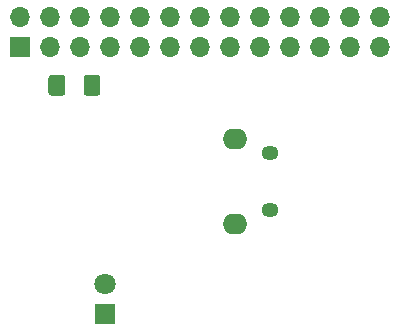
<source format=gbr>
G04 #@! TF.GenerationSoftware,KiCad,Pcbnew,(5.1.5)-3*
G04 #@! TF.CreationDate,2020-02-07T11:24:52-05:00*
G04 #@! TF.ProjectId,RPI-PWR,5250492d-5057-4522-9e6b-696361645f70,3*
G04 #@! TF.SameCoordinates,Original*
G04 #@! TF.FileFunction,Soldermask,Top*
G04 #@! TF.FilePolarity,Negative*
%FSLAX46Y46*%
G04 Gerber Fmt 4.6, Leading zero omitted, Abs format (unit mm)*
G04 Created by KiCad (PCBNEW (5.1.5)-3) date 2020-02-07 11:24:52*
%MOMM*%
%LPD*%
G04 APERTURE LIST*
%ADD10R,1.800000X1.800000*%
%ADD11C,1.800000*%
%ADD12C,0.150000*%
%ADD13O,2.100000X1.724000*%
%ADD14O,1.450000X1.250000*%
%ADD15R,1.700000X1.700000*%
%ADD16O,1.700000X1.700000*%
G04 APERTURE END LIST*
D10*
X9169400Y-27025600D03*
D11*
X9169400Y-24485600D03*
D12*
G36*
X5603504Y-6746204D02*
G01*
X5627773Y-6749804D01*
X5651571Y-6755765D01*
X5674671Y-6764030D01*
X5696849Y-6774520D01*
X5717893Y-6787133D01*
X5737598Y-6801747D01*
X5755777Y-6818223D01*
X5772253Y-6836402D01*
X5786867Y-6856107D01*
X5799480Y-6877151D01*
X5809970Y-6899329D01*
X5818235Y-6922429D01*
X5824196Y-6946227D01*
X5827796Y-6970496D01*
X5829000Y-6995000D01*
X5829000Y-8245000D01*
X5827796Y-8269504D01*
X5824196Y-8293773D01*
X5818235Y-8317571D01*
X5809970Y-8340671D01*
X5799480Y-8362849D01*
X5786867Y-8383893D01*
X5772253Y-8403598D01*
X5755777Y-8421777D01*
X5737598Y-8438253D01*
X5717893Y-8452867D01*
X5696849Y-8465480D01*
X5674671Y-8475970D01*
X5651571Y-8484235D01*
X5627773Y-8490196D01*
X5603504Y-8493796D01*
X5579000Y-8495000D01*
X4654000Y-8495000D01*
X4629496Y-8493796D01*
X4605227Y-8490196D01*
X4581429Y-8484235D01*
X4558329Y-8475970D01*
X4536151Y-8465480D01*
X4515107Y-8452867D01*
X4495402Y-8438253D01*
X4477223Y-8421777D01*
X4460747Y-8403598D01*
X4446133Y-8383893D01*
X4433520Y-8362849D01*
X4423030Y-8340671D01*
X4414765Y-8317571D01*
X4408804Y-8293773D01*
X4405204Y-8269504D01*
X4404000Y-8245000D01*
X4404000Y-6995000D01*
X4405204Y-6970496D01*
X4408804Y-6946227D01*
X4414765Y-6922429D01*
X4423030Y-6899329D01*
X4433520Y-6877151D01*
X4446133Y-6856107D01*
X4460747Y-6836402D01*
X4477223Y-6818223D01*
X4495402Y-6801747D01*
X4515107Y-6787133D01*
X4536151Y-6774520D01*
X4558329Y-6764030D01*
X4581429Y-6755765D01*
X4605227Y-6749804D01*
X4629496Y-6746204D01*
X4654000Y-6745000D01*
X5579000Y-6745000D01*
X5603504Y-6746204D01*
G37*
G36*
X8578504Y-6746204D02*
G01*
X8602773Y-6749804D01*
X8626571Y-6755765D01*
X8649671Y-6764030D01*
X8671849Y-6774520D01*
X8692893Y-6787133D01*
X8712598Y-6801747D01*
X8730777Y-6818223D01*
X8747253Y-6836402D01*
X8761867Y-6856107D01*
X8774480Y-6877151D01*
X8784970Y-6899329D01*
X8793235Y-6922429D01*
X8799196Y-6946227D01*
X8802796Y-6970496D01*
X8804000Y-6995000D01*
X8804000Y-8245000D01*
X8802796Y-8269504D01*
X8799196Y-8293773D01*
X8793235Y-8317571D01*
X8784970Y-8340671D01*
X8774480Y-8362849D01*
X8761867Y-8383893D01*
X8747253Y-8403598D01*
X8730777Y-8421777D01*
X8712598Y-8438253D01*
X8692893Y-8452867D01*
X8671849Y-8465480D01*
X8649671Y-8475970D01*
X8626571Y-8484235D01*
X8602773Y-8490196D01*
X8578504Y-8493796D01*
X8554000Y-8495000D01*
X7629000Y-8495000D01*
X7604496Y-8493796D01*
X7580227Y-8490196D01*
X7556429Y-8484235D01*
X7533329Y-8475970D01*
X7511151Y-8465480D01*
X7490107Y-8452867D01*
X7470402Y-8438253D01*
X7452223Y-8421777D01*
X7435747Y-8403598D01*
X7421133Y-8383893D01*
X7408520Y-8362849D01*
X7398030Y-8340671D01*
X7389765Y-8317571D01*
X7383804Y-8293773D01*
X7380204Y-8269504D01*
X7379000Y-8245000D01*
X7379000Y-6995000D01*
X7380204Y-6970496D01*
X7383804Y-6946227D01*
X7389765Y-6922429D01*
X7398030Y-6899329D01*
X7408520Y-6877151D01*
X7421133Y-6856107D01*
X7435747Y-6836402D01*
X7452223Y-6818223D01*
X7470402Y-6801747D01*
X7490107Y-6787133D01*
X7511151Y-6774520D01*
X7533329Y-6764030D01*
X7556429Y-6755765D01*
X7580227Y-6749804D01*
X7604496Y-6746204D01*
X7629000Y-6745000D01*
X8554000Y-6745000D01*
X8578504Y-6746204D01*
G37*
D13*
X20218400Y-19348000D03*
X20218400Y-12148000D03*
D14*
X23118400Y-18173000D03*
X23118400Y-13323000D03*
D15*
X1955800Y-4419600D03*
D16*
X1955800Y-1879600D03*
X4495800Y-4419600D03*
X4495800Y-1879600D03*
X7035800Y-4419600D03*
X7035800Y-1879600D03*
X9575800Y-4419600D03*
X9575800Y-1879600D03*
X12115800Y-4419600D03*
X12115800Y-1879600D03*
X14655800Y-4419600D03*
X14655800Y-1879600D03*
X17195800Y-4419600D03*
X17195800Y-1879600D03*
X19735800Y-4419600D03*
X19735800Y-1879600D03*
X22275800Y-4419600D03*
X22275800Y-1879600D03*
X24815800Y-4419600D03*
X24815800Y-1879600D03*
X27355800Y-4419600D03*
X27355800Y-1879600D03*
X29895800Y-4419600D03*
X29895800Y-1879600D03*
X32435800Y-4419600D03*
X32435800Y-1879600D03*
M02*

</source>
